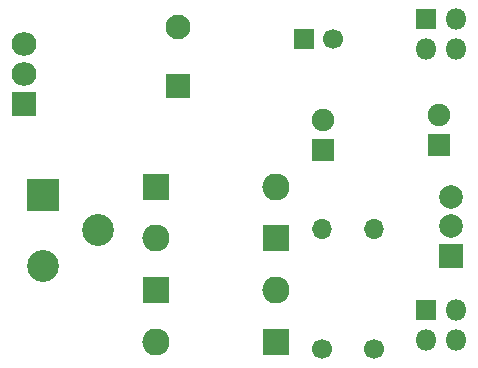
<source format=gbr>
%TF.GenerationSoftware,KiCad,Pcbnew,(5.1.6)-1*%
%TF.CreationDate,2021-10-30T11:54:59+03:00*%
%TF.ProjectId,POWER_SUPPLY,504f5745-525f-4535-9550-504c592e6b69,rev?*%
%TF.SameCoordinates,Original*%
%TF.FileFunction,Soldermask,Top*%
%TF.FilePolarity,Negative*%
%FSLAX46Y46*%
G04 Gerber Fmt 4.6, Leading zero omitted, Abs format (unit mm)*
G04 Created by KiCad (PCBNEW (5.1.6)-1) date 2021-10-30 11:54:59*
%MOMM*%
%LPD*%
G01*
G04 APERTURE LIST*
%ADD10O,2.100000X2.005000*%
%ADD11R,2.100000X2.005000*%
%ADD12C,2.000000*%
%ADD13R,2.000000X2.000000*%
%ADD14O,1.700000X1.700000*%
%ADD15C,1.700000*%
%ADD16O,1.800000X1.800000*%
%ADD17R,1.800000X1.800000*%
%ADD18C,2.700000*%
%ADD19R,2.700000X2.700000*%
%ADD20C,1.900000*%
%ADD21R,1.900000X1.900000*%
%ADD22O,2.300000X2.300000*%
%ADD23R,2.300000X2.300000*%
%ADD24R,1.700000X1.700000*%
%ADD25C,2.100000*%
%ADD26R,2.100000X2.100000*%
G04 APERTURE END LIST*
D10*
%TO.C,U1*%
X63449200Y-91681300D03*
X63449200Y-94221300D03*
D11*
X63449200Y-96761300D03*
%TD*%
D12*
%TO.C,SW1*%
X99621100Y-104611100D03*
X99621100Y-107111100D03*
D13*
X99621100Y-109611100D03*
%TD*%
D14*
%TO.C,R2*%
X93078300Y-107378500D03*
D15*
X93078300Y-117538500D03*
%TD*%
D14*
%TO.C,R1*%
X88671400Y-107353100D03*
D15*
X88671400Y-117513100D03*
%TD*%
D16*
%TO.C,J3*%
X100061100Y-116751100D03*
X97521100Y-116751100D03*
X100061100Y-114211100D03*
D17*
X97521100Y-114211100D03*
%TD*%
D16*
%TO.C,J2*%
X100061100Y-92151200D03*
X97521100Y-92151200D03*
X100061100Y-89611200D03*
D17*
X97521100Y-89611200D03*
%TD*%
D18*
%TO.C,J1*%
X69749200Y-107470200D03*
X65049200Y-110470200D03*
D19*
X65049200Y-104470200D03*
%TD*%
D20*
%TO.C,D6*%
X88747600Y-98092100D03*
D21*
X88747600Y-100632100D03*
%TD*%
D20*
%TO.C,D5*%
X98621100Y-97711100D03*
D21*
X98621100Y-100251100D03*
%TD*%
D22*
%TO.C,D4*%
X84797900Y-103771700D03*
D23*
X74637900Y-103771700D03*
%TD*%
D22*
%TO.C,D3*%
X74637900Y-108160933D03*
D23*
X84797900Y-108160933D03*
%TD*%
D22*
%TO.C,D2*%
X84797900Y-112550166D03*
D23*
X74637900Y-112550166D03*
%TD*%
D22*
%TO.C,D1*%
X74637900Y-116939400D03*
D23*
X84797900Y-116939400D03*
%TD*%
D15*
%TO.C,C2*%
X89647400Y-91313000D03*
D24*
X87147400Y-91313000D03*
%TD*%
D25*
%TO.C,C1*%
X76530200Y-90262700D03*
D26*
X76530200Y-95262700D03*
%TD*%
M02*

</source>
